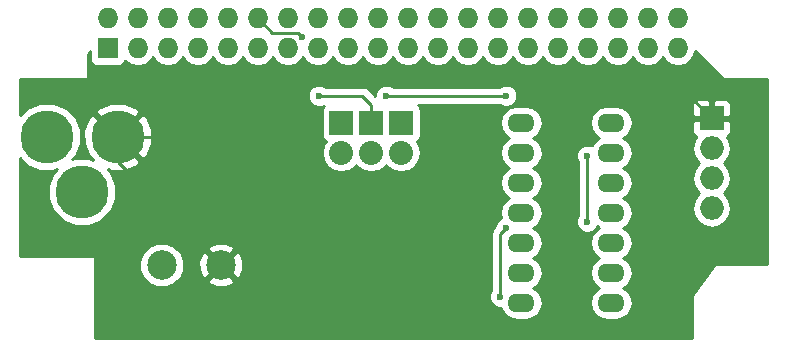
<source format=gbr>
G04 #@! TF.FileFunction,Copper,L2,Bot,Signal*
%FSLAX46Y46*%
G04 Gerber Fmt 4.6, Leading zero omitted, Abs format (unit mm)*
G04 Created by KiCad (PCBNEW 4.0.6) date Thu Jul 20 07:37:46 2017*
%MOMM*%
%LPD*%
G01*
G04 APERTURE LIST*
%ADD10C,0.100000*%
%ADD11R,1.727200X1.727200*%
%ADD12O,1.727200X1.727200*%
%ADD13C,4.500000*%
%ADD14C,2.500000*%
%ADD15O,1.998980X1.998980*%
%ADD16R,1.998980X1.998980*%
%ADD17R,2.032000X2.032000*%
%ADD18O,2.032000X2.032000*%
%ADD19O,2.300000X1.600000*%
%ADD20C,0.600000*%
%ADD21C,0.250000*%
%ADD22C,0.254000*%
G04 APERTURE END LIST*
D10*
D11*
X20870000Y-29270000D03*
D12*
X20870000Y-26730000D03*
X23410000Y-29270000D03*
X23410000Y-26730000D03*
X25950000Y-29270000D03*
X25950000Y-26730000D03*
X28490000Y-29270000D03*
X28490000Y-26730000D03*
X31030000Y-29270000D03*
X31030000Y-26730000D03*
X33570000Y-29270000D03*
X33570000Y-26730000D03*
X36110000Y-29270000D03*
X36110000Y-26730000D03*
X38650000Y-29270000D03*
X38650000Y-26730000D03*
X41190000Y-29270000D03*
X41190000Y-26730000D03*
X43730000Y-29270000D03*
X43730000Y-26730000D03*
X46270000Y-29270000D03*
X46270000Y-26730000D03*
X48810000Y-29270000D03*
X48810000Y-26730000D03*
X51350000Y-29270000D03*
X51350000Y-26730000D03*
X53890000Y-29270000D03*
X53890000Y-26730000D03*
X56430000Y-29270000D03*
X56430000Y-26730000D03*
X58970000Y-29270000D03*
X58970000Y-26730000D03*
X61510000Y-29270000D03*
X61510000Y-26730000D03*
X64050000Y-29270000D03*
X64050000Y-26730000D03*
X66590000Y-29270000D03*
X66590000Y-26730000D03*
X69130000Y-29270000D03*
X69130000Y-26730000D03*
D13*
X21700140Y-36750000D03*
X15700660Y-36750000D03*
X18700400Y-41449000D03*
D14*
X25440000Y-47625000D03*
X30440000Y-47625000D03*
D15*
X72000000Y-42810000D03*
D16*
X72000000Y-35190000D03*
D15*
X72000000Y-37730000D03*
X72000000Y-40270000D03*
D17*
X45720000Y-35560000D03*
D18*
X45720000Y-38100000D03*
D17*
X40640000Y-35560000D03*
D18*
X40640000Y-38100000D03*
D17*
X43180000Y-35560000D03*
D18*
X43180000Y-38100000D03*
D19*
X55880000Y-35560000D03*
X55880000Y-38100000D03*
X55880000Y-40640000D03*
X55880000Y-43180000D03*
X55880000Y-45720000D03*
X55880000Y-48260000D03*
X55880000Y-50800000D03*
X63500000Y-50800000D03*
X63500000Y-48260000D03*
X63500000Y-45720000D03*
X63500000Y-43180000D03*
X63500000Y-40640000D03*
X63500000Y-38100000D03*
X63500000Y-35560000D03*
D20*
X54102000Y-50292000D03*
X54610000Y-44450000D03*
X61468000Y-43942000D03*
X61468000Y-38354000D03*
X54610000Y-33274000D03*
X44450000Y-33274000D03*
X37338000Y-28321000D03*
X38735000Y-33274000D03*
D21*
X21700140Y-36750000D02*
X21700140Y-38885140D01*
X21700140Y-38885140D02*
X30440000Y-47625000D01*
X21700140Y-36750000D02*
X24718000Y-36750000D01*
X69068000Y-32258000D02*
X72000000Y-35190000D01*
X29210000Y-32258000D02*
X69068000Y-32258000D01*
X24718000Y-36750000D02*
X29210000Y-32258000D01*
X21700140Y-36750000D02*
X24050000Y-36750000D01*
X54102000Y-44958000D02*
X54102000Y-50292000D01*
X54610000Y-44450000D02*
X54102000Y-44958000D01*
X61468000Y-38354000D02*
X61468000Y-43942000D01*
X44450000Y-33274000D02*
X54610000Y-33274000D01*
X43180000Y-35560000D02*
X43180000Y-34036000D01*
X34780000Y-27940000D02*
X33570000Y-26730000D01*
X36957000Y-27940000D02*
X34780000Y-27940000D01*
X37338000Y-28321000D02*
X36957000Y-27940000D01*
X42418000Y-33274000D02*
X38735000Y-33274000D01*
X43180000Y-34036000D02*
X42418000Y-33274000D01*
D22*
G36*
X72935197Y-31839803D02*
X72977211Y-31867666D01*
X73025000Y-31877000D01*
X76708000Y-31877000D01*
X76708000Y-47498000D01*
X72390000Y-47498000D01*
X72340590Y-47508006D01*
X72288400Y-47548800D01*
X70383400Y-50088800D01*
X70361759Y-50134332D01*
X70358000Y-50165000D01*
X70358000Y-53815000D01*
X19812000Y-53815000D01*
X19812000Y-50477167D01*
X53166838Y-50477167D01*
X53308883Y-50820943D01*
X53571673Y-51084192D01*
X53915201Y-51226838D01*
X54144973Y-51227038D01*
X54169263Y-51349151D01*
X54480332Y-51814698D01*
X54945879Y-52125767D01*
X55495030Y-52235000D01*
X56264970Y-52235000D01*
X56814121Y-52125767D01*
X57279668Y-51814698D01*
X57590737Y-51349151D01*
X57699970Y-50800000D01*
X57590737Y-50250849D01*
X57279668Y-49785302D01*
X56897582Y-49530000D01*
X57279668Y-49274698D01*
X57590737Y-48809151D01*
X57699970Y-48260000D01*
X57590737Y-47710849D01*
X57279668Y-47245302D01*
X56897582Y-46990000D01*
X57279668Y-46734698D01*
X57590737Y-46269151D01*
X57699970Y-45720000D01*
X57590737Y-45170849D01*
X57279668Y-44705302D01*
X56897582Y-44450000D01*
X57279668Y-44194698D01*
X57590737Y-43729151D01*
X57699970Y-43180000D01*
X57590737Y-42630849D01*
X57279668Y-42165302D01*
X56897582Y-41910000D01*
X57279668Y-41654698D01*
X57590737Y-41189151D01*
X57699970Y-40640000D01*
X57590737Y-40090849D01*
X57279668Y-39625302D01*
X56897582Y-39370000D01*
X57279668Y-39114698D01*
X57590737Y-38649151D01*
X57612614Y-38539167D01*
X60532838Y-38539167D01*
X60674883Y-38882943D01*
X60708000Y-38916118D01*
X60708000Y-43379537D01*
X60675808Y-43411673D01*
X60533162Y-43755201D01*
X60532838Y-44127167D01*
X60674883Y-44470943D01*
X60937673Y-44734192D01*
X61281201Y-44876838D01*
X61653167Y-44877162D01*
X61996943Y-44735117D01*
X62260192Y-44472327D01*
X62315715Y-44338613D01*
X62482418Y-44450000D01*
X62100332Y-44705302D01*
X61789263Y-45170849D01*
X61680030Y-45720000D01*
X61789263Y-46269151D01*
X62100332Y-46734698D01*
X62482418Y-46990000D01*
X62100332Y-47245302D01*
X61789263Y-47710849D01*
X61680030Y-48260000D01*
X61789263Y-48809151D01*
X62100332Y-49274698D01*
X62482418Y-49530000D01*
X62100332Y-49785302D01*
X61789263Y-50250849D01*
X61680030Y-50800000D01*
X61789263Y-51349151D01*
X62100332Y-51814698D01*
X62565879Y-52125767D01*
X63115030Y-52235000D01*
X63884970Y-52235000D01*
X64434121Y-52125767D01*
X64899668Y-51814698D01*
X65210737Y-51349151D01*
X65319970Y-50800000D01*
X65210737Y-50250849D01*
X64899668Y-49785302D01*
X64517582Y-49530000D01*
X64899668Y-49274698D01*
X65210737Y-48809151D01*
X65319970Y-48260000D01*
X65210737Y-47710849D01*
X64899668Y-47245302D01*
X64517582Y-46990000D01*
X64899668Y-46734698D01*
X65210737Y-46269151D01*
X65319970Y-45720000D01*
X65210737Y-45170849D01*
X64899668Y-44705302D01*
X64517582Y-44450000D01*
X64899668Y-44194698D01*
X65210737Y-43729151D01*
X65319970Y-43180000D01*
X65210737Y-42630849D01*
X64899668Y-42165302D01*
X64517582Y-41910000D01*
X64899668Y-41654698D01*
X65210737Y-41189151D01*
X65319970Y-40640000D01*
X65210737Y-40090849D01*
X64899668Y-39625302D01*
X64517582Y-39370000D01*
X64899668Y-39114698D01*
X65210737Y-38649151D01*
X65319970Y-38100000D01*
X65210737Y-37550849D01*
X64899668Y-37085302D01*
X64517582Y-36830000D01*
X64899668Y-36574698D01*
X65210737Y-36109151D01*
X65319970Y-35560000D01*
X65303212Y-35475750D01*
X70365510Y-35475750D01*
X70365510Y-36315799D01*
X70462183Y-36549188D01*
X70640811Y-36727817D01*
X70703013Y-36753582D01*
X70489928Y-37072486D01*
X70365510Y-37697978D01*
X70365510Y-37762022D01*
X70489928Y-38387514D01*
X70844241Y-38917781D01*
X70967290Y-39000000D01*
X70844241Y-39082219D01*
X70489928Y-39612486D01*
X70365510Y-40237978D01*
X70365510Y-40302022D01*
X70489928Y-40927514D01*
X70844241Y-41457781D01*
X70967290Y-41540000D01*
X70844241Y-41622219D01*
X70489928Y-42152486D01*
X70365510Y-42777978D01*
X70365510Y-42842022D01*
X70489928Y-43467514D01*
X70844241Y-43997781D01*
X71374508Y-44352094D01*
X72000000Y-44476512D01*
X72625492Y-44352094D01*
X73155759Y-43997781D01*
X73510072Y-43467514D01*
X73634490Y-42842022D01*
X73634490Y-42777978D01*
X73510072Y-42152486D01*
X73155759Y-41622219D01*
X73032710Y-41540000D01*
X73155759Y-41457781D01*
X73510072Y-40927514D01*
X73634490Y-40302022D01*
X73634490Y-40237978D01*
X73510072Y-39612486D01*
X73155759Y-39082219D01*
X73032710Y-39000000D01*
X73155759Y-38917781D01*
X73510072Y-38387514D01*
X73634490Y-37762022D01*
X73634490Y-37697978D01*
X73510072Y-37072486D01*
X73296987Y-36753582D01*
X73359189Y-36727817D01*
X73537817Y-36549188D01*
X73634490Y-36315799D01*
X73634490Y-35475750D01*
X73475740Y-35317000D01*
X72127000Y-35317000D01*
X72127000Y-35337000D01*
X71873000Y-35337000D01*
X71873000Y-35317000D01*
X70524260Y-35317000D01*
X70365510Y-35475750D01*
X65303212Y-35475750D01*
X65210737Y-35010849D01*
X64899668Y-34545302D01*
X64434121Y-34234233D01*
X63884970Y-34125000D01*
X63115030Y-34125000D01*
X62565879Y-34234233D01*
X62100332Y-34545302D01*
X61789263Y-35010849D01*
X61680030Y-35560000D01*
X61789263Y-36109151D01*
X62100332Y-36574698D01*
X62482418Y-36830000D01*
X62100332Y-37085302D01*
X61828938Y-37491471D01*
X61654799Y-37419162D01*
X61282833Y-37418838D01*
X60939057Y-37560883D01*
X60675808Y-37823673D01*
X60533162Y-38167201D01*
X60532838Y-38539167D01*
X57612614Y-38539167D01*
X57699970Y-38100000D01*
X57590737Y-37550849D01*
X57279668Y-37085302D01*
X56897582Y-36830000D01*
X57279668Y-36574698D01*
X57590737Y-36109151D01*
X57699970Y-35560000D01*
X57590737Y-35010849D01*
X57279668Y-34545302D01*
X56814121Y-34234233D01*
X56264970Y-34125000D01*
X55495030Y-34125000D01*
X54945879Y-34234233D01*
X54480332Y-34545302D01*
X54169263Y-35010849D01*
X54060030Y-35560000D01*
X54169263Y-36109151D01*
X54480332Y-36574698D01*
X54862418Y-36830000D01*
X54480332Y-37085302D01*
X54169263Y-37550849D01*
X54060030Y-38100000D01*
X54169263Y-38649151D01*
X54480332Y-39114698D01*
X54862418Y-39370000D01*
X54480332Y-39625302D01*
X54169263Y-40090849D01*
X54060030Y-40640000D01*
X54169263Y-41189151D01*
X54480332Y-41654698D01*
X54862418Y-41910000D01*
X54480332Y-42165302D01*
X54169263Y-42630849D01*
X54060030Y-43180000D01*
X54149281Y-43628694D01*
X54081057Y-43656883D01*
X53817808Y-43919673D01*
X53675162Y-44263201D01*
X53675121Y-44310077D01*
X53564599Y-44420599D01*
X53399852Y-44667161D01*
X53342000Y-44958000D01*
X53342000Y-49729537D01*
X53309808Y-49761673D01*
X53167162Y-50105201D01*
X53166838Y-50477167D01*
X19812000Y-50477167D01*
X19812000Y-47998305D01*
X23554674Y-47998305D01*
X23841043Y-48691372D01*
X24370839Y-49222093D01*
X25063405Y-49509672D01*
X25813305Y-49510326D01*
X26506372Y-49223957D01*
X26772472Y-48958320D01*
X29286285Y-48958320D01*
X29415533Y-49251123D01*
X30115806Y-49519388D01*
X30865435Y-49499250D01*
X31464467Y-49251123D01*
X31593715Y-48958320D01*
X30440000Y-47804605D01*
X29286285Y-48958320D01*
X26772472Y-48958320D01*
X27037093Y-48694161D01*
X27324672Y-48001595D01*
X27325283Y-47300806D01*
X28545612Y-47300806D01*
X28565750Y-48050435D01*
X28813877Y-48649467D01*
X29106680Y-48778715D01*
X30260395Y-47625000D01*
X30619605Y-47625000D01*
X31773320Y-48778715D01*
X32066123Y-48649467D01*
X32334388Y-47949194D01*
X32314250Y-47199565D01*
X32066123Y-46600533D01*
X31773320Y-46471285D01*
X30619605Y-47625000D01*
X30260395Y-47625000D01*
X29106680Y-46471285D01*
X28813877Y-46600533D01*
X28545612Y-47300806D01*
X27325283Y-47300806D01*
X27325326Y-47251695D01*
X27038957Y-46558628D01*
X26772475Y-46291680D01*
X29286285Y-46291680D01*
X30440000Y-47445395D01*
X31593715Y-46291680D01*
X31464467Y-45998877D01*
X30764194Y-45730612D01*
X30014565Y-45750750D01*
X29415533Y-45998877D01*
X29286285Y-46291680D01*
X26772475Y-46291680D01*
X26509161Y-46027907D01*
X25816595Y-45740328D01*
X25066695Y-45739674D01*
X24373628Y-46026043D01*
X23842907Y-46555839D01*
X23555328Y-47248405D01*
X23554674Y-47998305D01*
X19812000Y-47998305D01*
X19812000Y-46990000D01*
X19801994Y-46940590D01*
X19773553Y-46898965D01*
X19731159Y-46871685D01*
X19685000Y-46863000D01*
X13462000Y-46863000D01*
X13462000Y-38591000D01*
X14064305Y-39194357D01*
X15124280Y-39634498D01*
X16272004Y-39635499D01*
X16547550Y-39521646D01*
X16256043Y-39812645D01*
X15815902Y-40872620D01*
X15814901Y-42020344D01*
X16253190Y-43081086D01*
X17064045Y-43893357D01*
X18124020Y-44333498D01*
X19271744Y-44334499D01*
X20332486Y-43896210D01*
X21144757Y-43085355D01*
X21584898Y-42025380D01*
X21585899Y-40877656D01*
X21147610Y-39816914D01*
X20851078Y-39519864D01*
X21137586Y-39637227D01*
X22285302Y-39632730D01*
X23324765Y-39202169D01*
X23576002Y-38805467D01*
X21700140Y-36929605D01*
X21685998Y-36943748D01*
X21506393Y-36764143D01*
X21520535Y-36750000D01*
X21879745Y-36750000D01*
X23755607Y-38625862D01*
X24152309Y-38374625D01*
X24587367Y-37312554D01*
X24582870Y-36164838D01*
X24152309Y-35125375D01*
X23755607Y-34874138D01*
X21879745Y-36750000D01*
X21520535Y-36750000D01*
X19644673Y-34874138D01*
X19247971Y-35125375D01*
X18812913Y-36187446D01*
X18817410Y-37335162D01*
X19247971Y-38374625D01*
X19644671Y-38625861D01*
X19580086Y-38690446D01*
X19276780Y-38564502D01*
X18129056Y-38563501D01*
X17853510Y-38677354D01*
X18145017Y-38386355D01*
X18585158Y-37326380D01*
X18586159Y-36178656D01*
X18147870Y-35117914D01*
X17725228Y-34694533D01*
X19824278Y-34694533D01*
X21700140Y-36570395D01*
X23576002Y-34694533D01*
X23324765Y-34297831D01*
X22262694Y-33862773D01*
X21114978Y-33867270D01*
X20075515Y-34297831D01*
X19824278Y-34694533D01*
X17725228Y-34694533D01*
X17337015Y-34305643D01*
X16277040Y-33865502D01*
X15129316Y-33864501D01*
X14068574Y-34302790D01*
X13462000Y-34908307D01*
X13462000Y-33459167D01*
X37799838Y-33459167D01*
X37941883Y-33802943D01*
X38204673Y-34066192D01*
X38548201Y-34208838D01*
X38920167Y-34209162D01*
X39148790Y-34114697D01*
X39027569Y-34292110D01*
X38976560Y-34544000D01*
X38976560Y-36576000D01*
X39020838Y-36811317D01*
X39159910Y-37027441D01*
X39316206Y-37134233D01*
X39114675Y-37435845D01*
X38989000Y-38067655D01*
X38989000Y-38132345D01*
X39114675Y-38764155D01*
X39472567Y-39299778D01*
X40008190Y-39657670D01*
X40640000Y-39783345D01*
X41271810Y-39657670D01*
X41807433Y-39299778D01*
X41910000Y-39146276D01*
X42012567Y-39299778D01*
X42548190Y-39657670D01*
X43180000Y-39783345D01*
X43811810Y-39657670D01*
X44347433Y-39299778D01*
X44450000Y-39146276D01*
X44552567Y-39299778D01*
X45088190Y-39657670D01*
X45720000Y-39783345D01*
X46351810Y-39657670D01*
X46887433Y-39299778D01*
X47245325Y-38764155D01*
X47371000Y-38132345D01*
X47371000Y-38067655D01*
X47245325Y-37435845D01*
X47042996Y-37133038D01*
X47187441Y-37040090D01*
X47332431Y-36827890D01*
X47383440Y-36576000D01*
X47383440Y-34544000D01*
X47339162Y-34308683D01*
X47200090Y-34092559D01*
X47114386Y-34034000D01*
X54047537Y-34034000D01*
X54079673Y-34066192D01*
X54423201Y-34208838D01*
X54795167Y-34209162D01*
X55138943Y-34067117D01*
X55141864Y-34064201D01*
X70365510Y-34064201D01*
X70365510Y-34904250D01*
X70524260Y-35063000D01*
X71873000Y-35063000D01*
X71873000Y-33714260D01*
X72127000Y-33714260D01*
X72127000Y-35063000D01*
X73475740Y-35063000D01*
X73634490Y-34904250D01*
X73634490Y-34064201D01*
X73537817Y-33830812D01*
X73359189Y-33652183D01*
X73125800Y-33555510D01*
X72285750Y-33555510D01*
X72127000Y-33714260D01*
X71873000Y-33714260D01*
X71714250Y-33555510D01*
X70874200Y-33555510D01*
X70640811Y-33652183D01*
X70462183Y-33830812D01*
X70365510Y-34064201D01*
X55141864Y-34064201D01*
X55402192Y-33804327D01*
X55544838Y-33460799D01*
X55545162Y-33088833D01*
X55403117Y-32745057D01*
X55140327Y-32481808D01*
X54796799Y-32339162D01*
X54424833Y-32338838D01*
X54081057Y-32480883D01*
X54047882Y-32514000D01*
X45012463Y-32514000D01*
X44980327Y-32481808D01*
X44636799Y-32339162D01*
X44264833Y-32338838D01*
X43921057Y-32480883D01*
X43657808Y-32743673D01*
X43515162Y-33087201D01*
X43514980Y-33296178D01*
X42955401Y-32736599D01*
X42708839Y-32571852D01*
X42418000Y-32514000D01*
X39297463Y-32514000D01*
X39265327Y-32481808D01*
X38921799Y-32339162D01*
X38549833Y-32338838D01*
X38206057Y-32480883D01*
X37942808Y-32743673D01*
X37800162Y-33087201D01*
X37799838Y-33459167D01*
X13462000Y-33459167D01*
X13462000Y-31877000D01*
X19050000Y-31877000D01*
X19099410Y-31866994D01*
X19141035Y-31838553D01*
X19168315Y-31796159D01*
X19177000Y-31750000D01*
X19177000Y-29874980D01*
X19358960Y-29511060D01*
X19358960Y-30133600D01*
X19403238Y-30368917D01*
X19542310Y-30585041D01*
X19754510Y-30730031D01*
X20006400Y-30781040D01*
X21733600Y-30781040D01*
X21968917Y-30736762D01*
X22185041Y-30597690D01*
X22330031Y-30385490D01*
X22338864Y-30341869D01*
X22350330Y-30359029D01*
X22836511Y-30683885D01*
X23410000Y-30797959D01*
X23983489Y-30683885D01*
X24469670Y-30359029D01*
X24680000Y-30044248D01*
X24890330Y-30359029D01*
X25376511Y-30683885D01*
X25950000Y-30797959D01*
X26523489Y-30683885D01*
X27009670Y-30359029D01*
X27220000Y-30044248D01*
X27430330Y-30359029D01*
X27916511Y-30683885D01*
X28490000Y-30797959D01*
X29063489Y-30683885D01*
X29549670Y-30359029D01*
X29760000Y-30044248D01*
X29970330Y-30359029D01*
X30456511Y-30683885D01*
X31030000Y-30797959D01*
X31603489Y-30683885D01*
X32089670Y-30359029D01*
X32300000Y-30044248D01*
X32510330Y-30359029D01*
X32996511Y-30683885D01*
X33570000Y-30797959D01*
X34143489Y-30683885D01*
X34629670Y-30359029D01*
X34840000Y-30044248D01*
X35050330Y-30359029D01*
X35536511Y-30683885D01*
X36110000Y-30797959D01*
X36683489Y-30683885D01*
X37169670Y-30359029D01*
X37380000Y-30044248D01*
X37590330Y-30359029D01*
X38076511Y-30683885D01*
X38650000Y-30797959D01*
X39223489Y-30683885D01*
X39709670Y-30359029D01*
X39920000Y-30044248D01*
X40130330Y-30359029D01*
X40616511Y-30683885D01*
X41190000Y-30797959D01*
X41763489Y-30683885D01*
X42249670Y-30359029D01*
X42460000Y-30044248D01*
X42670330Y-30359029D01*
X43156511Y-30683885D01*
X43730000Y-30797959D01*
X44303489Y-30683885D01*
X44789670Y-30359029D01*
X45000000Y-30044248D01*
X45210330Y-30359029D01*
X45696511Y-30683885D01*
X46270000Y-30797959D01*
X46843489Y-30683885D01*
X47329670Y-30359029D01*
X47540000Y-30044248D01*
X47750330Y-30359029D01*
X48236511Y-30683885D01*
X48810000Y-30797959D01*
X49383489Y-30683885D01*
X49869670Y-30359029D01*
X50080000Y-30044248D01*
X50290330Y-30359029D01*
X50776511Y-30683885D01*
X51350000Y-30797959D01*
X51923489Y-30683885D01*
X52409670Y-30359029D01*
X52620000Y-30044248D01*
X52830330Y-30359029D01*
X53316511Y-30683885D01*
X53890000Y-30797959D01*
X54463489Y-30683885D01*
X54949670Y-30359029D01*
X55160000Y-30044248D01*
X55370330Y-30359029D01*
X55856511Y-30683885D01*
X56430000Y-30797959D01*
X57003489Y-30683885D01*
X57489670Y-30359029D01*
X57700000Y-30044248D01*
X57910330Y-30359029D01*
X58396511Y-30683885D01*
X58970000Y-30797959D01*
X59543489Y-30683885D01*
X60029670Y-30359029D01*
X60240000Y-30044248D01*
X60450330Y-30359029D01*
X60936511Y-30683885D01*
X61510000Y-30797959D01*
X62083489Y-30683885D01*
X62569670Y-30359029D01*
X62780000Y-30044248D01*
X62990330Y-30359029D01*
X63476511Y-30683885D01*
X64050000Y-30797959D01*
X64623489Y-30683885D01*
X65109670Y-30359029D01*
X65320000Y-30044248D01*
X65530330Y-30359029D01*
X66016511Y-30683885D01*
X66590000Y-30797959D01*
X67163489Y-30683885D01*
X67649670Y-30359029D01*
X67860000Y-30044248D01*
X68070330Y-30359029D01*
X68556511Y-30683885D01*
X69130000Y-30797959D01*
X69703489Y-30683885D01*
X70189670Y-30359029D01*
X70514526Y-29872848D01*
X70589802Y-29494408D01*
X72935197Y-31839803D01*
X72935197Y-31839803D01*
G37*
X72935197Y-31839803D02*
X72977211Y-31867666D01*
X73025000Y-31877000D01*
X76708000Y-31877000D01*
X76708000Y-47498000D01*
X72390000Y-47498000D01*
X72340590Y-47508006D01*
X72288400Y-47548800D01*
X70383400Y-50088800D01*
X70361759Y-50134332D01*
X70358000Y-50165000D01*
X70358000Y-53815000D01*
X19812000Y-53815000D01*
X19812000Y-50477167D01*
X53166838Y-50477167D01*
X53308883Y-50820943D01*
X53571673Y-51084192D01*
X53915201Y-51226838D01*
X54144973Y-51227038D01*
X54169263Y-51349151D01*
X54480332Y-51814698D01*
X54945879Y-52125767D01*
X55495030Y-52235000D01*
X56264970Y-52235000D01*
X56814121Y-52125767D01*
X57279668Y-51814698D01*
X57590737Y-51349151D01*
X57699970Y-50800000D01*
X57590737Y-50250849D01*
X57279668Y-49785302D01*
X56897582Y-49530000D01*
X57279668Y-49274698D01*
X57590737Y-48809151D01*
X57699970Y-48260000D01*
X57590737Y-47710849D01*
X57279668Y-47245302D01*
X56897582Y-46990000D01*
X57279668Y-46734698D01*
X57590737Y-46269151D01*
X57699970Y-45720000D01*
X57590737Y-45170849D01*
X57279668Y-44705302D01*
X56897582Y-44450000D01*
X57279668Y-44194698D01*
X57590737Y-43729151D01*
X57699970Y-43180000D01*
X57590737Y-42630849D01*
X57279668Y-42165302D01*
X56897582Y-41910000D01*
X57279668Y-41654698D01*
X57590737Y-41189151D01*
X57699970Y-40640000D01*
X57590737Y-40090849D01*
X57279668Y-39625302D01*
X56897582Y-39370000D01*
X57279668Y-39114698D01*
X57590737Y-38649151D01*
X57612614Y-38539167D01*
X60532838Y-38539167D01*
X60674883Y-38882943D01*
X60708000Y-38916118D01*
X60708000Y-43379537D01*
X60675808Y-43411673D01*
X60533162Y-43755201D01*
X60532838Y-44127167D01*
X60674883Y-44470943D01*
X60937673Y-44734192D01*
X61281201Y-44876838D01*
X61653167Y-44877162D01*
X61996943Y-44735117D01*
X62260192Y-44472327D01*
X62315715Y-44338613D01*
X62482418Y-44450000D01*
X62100332Y-44705302D01*
X61789263Y-45170849D01*
X61680030Y-45720000D01*
X61789263Y-46269151D01*
X62100332Y-46734698D01*
X62482418Y-46990000D01*
X62100332Y-47245302D01*
X61789263Y-47710849D01*
X61680030Y-48260000D01*
X61789263Y-48809151D01*
X62100332Y-49274698D01*
X62482418Y-49530000D01*
X62100332Y-49785302D01*
X61789263Y-50250849D01*
X61680030Y-50800000D01*
X61789263Y-51349151D01*
X62100332Y-51814698D01*
X62565879Y-52125767D01*
X63115030Y-52235000D01*
X63884970Y-52235000D01*
X64434121Y-52125767D01*
X64899668Y-51814698D01*
X65210737Y-51349151D01*
X65319970Y-50800000D01*
X65210737Y-50250849D01*
X64899668Y-49785302D01*
X64517582Y-49530000D01*
X64899668Y-49274698D01*
X65210737Y-48809151D01*
X65319970Y-48260000D01*
X65210737Y-47710849D01*
X64899668Y-47245302D01*
X64517582Y-46990000D01*
X64899668Y-46734698D01*
X65210737Y-46269151D01*
X65319970Y-45720000D01*
X65210737Y-45170849D01*
X64899668Y-44705302D01*
X64517582Y-44450000D01*
X64899668Y-44194698D01*
X65210737Y-43729151D01*
X65319970Y-43180000D01*
X65210737Y-42630849D01*
X64899668Y-42165302D01*
X64517582Y-41910000D01*
X64899668Y-41654698D01*
X65210737Y-41189151D01*
X65319970Y-40640000D01*
X65210737Y-40090849D01*
X64899668Y-39625302D01*
X64517582Y-39370000D01*
X64899668Y-39114698D01*
X65210737Y-38649151D01*
X65319970Y-38100000D01*
X65210737Y-37550849D01*
X64899668Y-37085302D01*
X64517582Y-36830000D01*
X64899668Y-36574698D01*
X65210737Y-36109151D01*
X65319970Y-35560000D01*
X65303212Y-35475750D01*
X70365510Y-35475750D01*
X70365510Y-36315799D01*
X70462183Y-36549188D01*
X70640811Y-36727817D01*
X70703013Y-36753582D01*
X70489928Y-37072486D01*
X70365510Y-37697978D01*
X70365510Y-37762022D01*
X70489928Y-38387514D01*
X70844241Y-38917781D01*
X70967290Y-39000000D01*
X70844241Y-39082219D01*
X70489928Y-39612486D01*
X70365510Y-40237978D01*
X70365510Y-40302022D01*
X70489928Y-40927514D01*
X70844241Y-41457781D01*
X70967290Y-41540000D01*
X70844241Y-41622219D01*
X70489928Y-42152486D01*
X70365510Y-42777978D01*
X70365510Y-42842022D01*
X70489928Y-43467514D01*
X70844241Y-43997781D01*
X71374508Y-44352094D01*
X72000000Y-44476512D01*
X72625492Y-44352094D01*
X73155759Y-43997781D01*
X73510072Y-43467514D01*
X73634490Y-42842022D01*
X73634490Y-42777978D01*
X73510072Y-42152486D01*
X73155759Y-41622219D01*
X73032710Y-41540000D01*
X73155759Y-41457781D01*
X73510072Y-40927514D01*
X73634490Y-40302022D01*
X73634490Y-40237978D01*
X73510072Y-39612486D01*
X73155759Y-39082219D01*
X73032710Y-39000000D01*
X73155759Y-38917781D01*
X73510072Y-38387514D01*
X73634490Y-37762022D01*
X73634490Y-37697978D01*
X73510072Y-37072486D01*
X73296987Y-36753582D01*
X73359189Y-36727817D01*
X73537817Y-36549188D01*
X73634490Y-36315799D01*
X73634490Y-35475750D01*
X73475740Y-35317000D01*
X72127000Y-35317000D01*
X72127000Y-35337000D01*
X71873000Y-35337000D01*
X71873000Y-35317000D01*
X70524260Y-35317000D01*
X70365510Y-35475750D01*
X65303212Y-35475750D01*
X65210737Y-35010849D01*
X64899668Y-34545302D01*
X64434121Y-34234233D01*
X63884970Y-34125000D01*
X63115030Y-34125000D01*
X62565879Y-34234233D01*
X62100332Y-34545302D01*
X61789263Y-35010849D01*
X61680030Y-35560000D01*
X61789263Y-36109151D01*
X62100332Y-36574698D01*
X62482418Y-36830000D01*
X62100332Y-37085302D01*
X61828938Y-37491471D01*
X61654799Y-37419162D01*
X61282833Y-37418838D01*
X60939057Y-37560883D01*
X60675808Y-37823673D01*
X60533162Y-38167201D01*
X60532838Y-38539167D01*
X57612614Y-38539167D01*
X57699970Y-38100000D01*
X57590737Y-37550849D01*
X57279668Y-37085302D01*
X56897582Y-36830000D01*
X57279668Y-36574698D01*
X57590737Y-36109151D01*
X57699970Y-35560000D01*
X57590737Y-35010849D01*
X57279668Y-34545302D01*
X56814121Y-34234233D01*
X56264970Y-34125000D01*
X55495030Y-34125000D01*
X54945879Y-34234233D01*
X54480332Y-34545302D01*
X54169263Y-35010849D01*
X54060030Y-35560000D01*
X54169263Y-36109151D01*
X54480332Y-36574698D01*
X54862418Y-36830000D01*
X54480332Y-37085302D01*
X54169263Y-37550849D01*
X54060030Y-38100000D01*
X54169263Y-38649151D01*
X54480332Y-39114698D01*
X54862418Y-39370000D01*
X54480332Y-39625302D01*
X54169263Y-40090849D01*
X54060030Y-40640000D01*
X54169263Y-41189151D01*
X54480332Y-41654698D01*
X54862418Y-41910000D01*
X54480332Y-42165302D01*
X54169263Y-42630849D01*
X54060030Y-43180000D01*
X54149281Y-43628694D01*
X54081057Y-43656883D01*
X53817808Y-43919673D01*
X53675162Y-44263201D01*
X53675121Y-44310077D01*
X53564599Y-44420599D01*
X53399852Y-44667161D01*
X53342000Y-44958000D01*
X53342000Y-49729537D01*
X53309808Y-49761673D01*
X53167162Y-50105201D01*
X53166838Y-50477167D01*
X19812000Y-50477167D01*
X19812000Y-47998305D01*
X23554674Y-47998305D01*
X23841043Y-48691372D01*
X24370839Y-49222093D01*
X25063405Y-49509672D01*
X25813305Y-49510326D01*
X26506372Y-49223957D01*
X26772472Y-48958320D01*
X29286285Y-48958320D01*
X29415533Y-49251123D01*
X30115806Y-49519388D01*
X30865435Y-49499250D01*
X31464467Y-49251123D01*
X31593715Y-48958320D01*
X30440000Y-47804605D01*
X29286285Y-48958320D01*
X26772472Y-48958320D01*
X27037093Y-48694161D01*
X27324672Y-48001595D01*
X27325283Y-47300806D01*
X28545612Y-47300806D01*
X28565750Y-48050435D01*
X28813877Y-48649467D01*
X29106680Y-48778715D01*
X30260395Y-47625000D01*
X30619605Y-47625000D01*
X31773320Y-48778715D01*
X32066123Y-48649467D01*
X32334388Y-47949194D01*
X32314250Y-47199565D01*
X32066123Y-46600533D01*
X31773320Y-46471285D01*
X30619605Y-47625000D01*
X30260395Y-47625000D01*
X29106680Y-46471285D01*
X28813877Y-46600533D01*
X28545612Y-47300806D01*
X27325283Y-47300806D01*
X27325326Y-47251695D01*
X27038957Y-46558628D01*
X26772475Y-46291680D01*
X29286285Y-46291680D01*
X30440000Y-47445395D01*
X31593715Y-46291680D01*
X31464467Y-45998877D01*
X30764194Y-45730612D01*
X30014565Y-45750750D01*
X29415533Y-45998877D01*
X29286285Y-46291680D01*
X26772475Y-46291680D01*
X26509161Y-46027907D01*
X25816595Y-45740328D01*
X25066695Y-45739674D01*
X24373628Y-46026043D01*
X23842907Y-46555839D01*
X23555328Y-47248405D01*
X23554674Y-47998305D01*
X19812000Y-47998305D01*
X19812000Y-46990000D01*
X19801994Y-46940590D01*
X19773553Y-46898965D01*
X19731159Y-46871685D01*
X19685000Y-46863000D01*
X13462000Y-46863000D01*
X13462000Y-38591000D01*
X14064305Y-39194357D01*
X15124280Y-39634498D01*
X16272004Y-39635499D01*
X16547550Y-39521646D01*
X16256043Y-39812645D01*
X15815902Y-40872620D01*
X15814901Y-42020344D01*
X16253190Y-43081086D01*
X17064045Y-43893357D01*
X18124020Y-44333498D01*
X19271744Y-44334499D01*
X20332486Y-43896210D01*
X21144757Y-43085355D01*
X21584898Y-42025380D01*
X21585899Y-40877656D01*
X21147610Y-39816914D01*
X20851078Y-39519864D01*
X21137586Y-39637227D01*
X22285302Y-39632730D01*
X23324765Y-39202169D01*
X23576002Y-38805467D01*
X21700140Y-36929605D01*
X21685998Y-36943748D01*
X21506393Y-36764143D01*
X21520535Y-36750000D01*
X21879745Y-36750000D01*
X23755607Y-38625862D01*
X24152309Y-38374625D01*
X24587367Y-37312554D01*
X24582870Y-36164838D01*
X24152309Y-35125375D01*
X23755607Y-34874138D01*
X21879745Y-36750000D01*
X21520535Y-36750000D01*
X19644673Y-34874138D01*
X19247971Y-35125375D01*
X18812913Y-36187446D01*
X18817410Y-37335162D01*
X19247971Y-38374625D01*
X19644671Y-38625861D01*
X19580086Y-38690446D01*
X19276780Y-38564502D01*
X18129056Y-38563501D01*
X17853510Y-38677354D01*
X18145017Y-38386355D01*
X18585158Y-37326380D01*
X18586159Y-36178656D01*
X18147870Y-35117914D01*
X17725228Y-34694533D01*
X19824278Y-34694533D01*
X21700140Y-36570395D01*
X23576002Y-34694533D01*
X23324765Y-34297831D01*
X22262694Y-33862773D01*
X21114978Y-33867270D01*
X20075515Y-34297831D01*
X19824278Y-34694533D01*
X17725228Y-34694533D01*
X17337015Y-34305643D01*
X16277040Y-33865502D01*
X15129316Y-33864501D01*
X14068574Y-34302790D01*
X13462000Y-34908307D01*
X13462000Y-33459167D01*
X37799838Y-33459167D01*
X37941883Y-33802943D01*
X38204673Y-34066192D01*
X38548201Y-34208838D01*
X38920167Y-34209162D01*
X39148790Y-34114697D01*
X39027569Y-34292110D01*
X38976560Y-34544000D01*
X38976560Y-36576000D01*
X39020838Y-36811317D01*
X39159910Y-37027441D01*
X39316206Y-37134233D01*
X39114675Y-37435845D01*
X38989000Y-38067655D01*
X38989000Y-38132345D01*
X39114675Y-38764155D01*
X39472567Y-39299778D01*
X40008190Y-39657670D01*
X40640000Y-39783345D01*
X41271810Y-39657670D01*
X41807433Y-39299778D01*
X41910000Y-39146276D01*
X42012567Y-39299778D01*
X42548190Y-39657670D01*
X43180000Y-39783345D01*
X43811810Y-39657670D01*
X44347433Y-39299778D01*
X44450000Y-39146276D01*
X44552567Y-39299778D01*
X45088190Y-39657670D01*
X45720000Y-39783345D01*
X46351810Y-39657670D01*
X46887433Y-39299778D01*
X47245325Y-38764155D01*
X47371000Y-38132345D01*
X47371000Y-38067655D01*
X47245325Y-37435845D01*
X47042996Y-37133038D01*
X47187441Y-37040090D01*
X47332431Y-36827890D01*
X47383440Y-36576000D01*
X47383440Y-34544000D01*
X47339162Y-34308683D01*
X47200090Y-34092559D01*
X47114386Y-34034000D01*
X54047537Y-34034000D01*
X54079673Y-34066192D01*
X54423201Y-34208838D01*
X54795167Y-34209162D01*
X55138943Y-34067117D01*
X55141864Y-34064201D01*
X70365510Y-34064201D01*
X70365510Y-34904250D01*
X70524260Y-35063000D01*
X71873000Y-35063000D01*
X71873000Y-33714260D01*
X72127000Y-33714260D01*
X72127000Y-35063000D01*
X73475740Y-35063000D01*
X73634490Y-34904250D01*
X73634490Y-34064201D01*
X73537817Y-33830812D01*
X73359189Y-33652183D01*
X73125800Y-33555510D01*
X72285750Y-33555510D01*
X72127000Y-33714260D01*
X71873000Y-33714260D01*
X71714250Y-33555510D01*
X70874200Y-33555510D01*
X70640811Y-33652183D01*
X70462183Y-33830812D01*
X70365510Y-34064201D01*
X55141864Y-34064201D01*
X55402192Y-33804327D01*
X55544838Y-33460799D01*
X55545162Y-33088833D01*
X55403117Y-32745057D01*
X55140327Y-32481808D01*
X54796799Y-32339162D01*
X54424833Y-32338838D01*
X54081057Y-32480883D01*
X54047882Y-32514000D01*
X45012463Y-32514000D01*
X44980327Y-32481808D01*
X44636799Y-32339162D01*
X44264833Y-32338838D01*
X43921057Y-32480883D01*
X43657808Y-32743673D01*
X43515162Y-33087201D01*
X43514980Y-33296178D01*
X42955401Y-32736599D01*
X42708839Y-32571852D01*
X42418000Y-32514000D01*
X39297463Y-32514000D01*
X39265327Y-32481808D01*
X38921799Y-32339162D01*
X38549833Y-32338838D01*
X38206057Y-32480883D01*
X37942808Y-32743673D01*
X37800162Y-33087201D01*
X37799838Y-33459167D01*
X13462000Y-33459167D01*
X13462000Y-31877000D01*
X19050000Y-31877000D01*
X19099410Y-31866994D01*
X19141035Y-31838553D01*
X19168315Y-31796159D01*
X19177000Y-31750000D01*
X19177000Y-29874980D01*
X19358960Y-29511060D01*
X19358960Y-30133600D01*
X19403238Y-30368917D01*
X19542310Y-30585041D01*
X19754510Y-30730031D01*
X20006400Y-30781040D01*
X21733600Y-30781040D01*
X21968917Y-30736762D01*
X22185041Y-30597690D01*
X22330031Y-30385490D01*
X22338864Y-30341869D01*
X22350330Y-30359029D01*
X22836511Y-30683885D01*
X23410000Y-30797959D01*
X23983489Y-30683885D01*
X24469670Y-30359029D01*
X24680000Y-30044248D01*
X24890330Y-30359029D01*
X25376511Y-30683885D01*
X25950000Y-30797959D01*
X26523489Y-30683885D01*
X27009670Y-30359029D01*
X27220000Y-30044248D01*
X27430330Y-30359029D01*
X27916511Y-30683885D01*
X28490000Y-30797959D01*
X29063489Y-30683885D01*
X29549670Y-30359029D01*
X29760000Y-30044248D01*
X29970330Y-30359029D01*
X30456511Y-30683885D01*
X31030000Y-30797959D01*
X31603489Y-30683885D01*
X32089670Y-30359029D01*
X32300000Y-30044248D01*
X32510330Y-30359029D01*
X32996511Y-30683885D01*
X33570000Y-30797959D01*
X34143489Y-30683885D01*
X34629670Y-30359029D01*
X34840000Y-30044248D01*
X35050330Y-30359029D01*
X35536511Y-30683885D01*
X36110000Y-30797959D01*
X36683489Y-30683885D01*
X37169670Y-30359029D01*
X37380000Y-30044248D01*
X37590330Y-30359029D01*
X38076511Y-30683885D01*
X38650000Y-30797959D01*
X39223489Y-30683885D01*
X39709670Y-30359029D01*
X39920000Y-30044248D01*
X40130330Y-30359029D01*
X40616511Y-30683885D01*
X41190000Y-30797959D01*
X41763489Y-30683885D01*
X42249670Y-30359029D01*
X42460000Y-30044248D01*
X42670330Y-30359029D01*
X43156511Y-30683885D01*
X43730000Y-30797959D01*
X44303489Y-30683885D01*
X44789670Y-30359029D01*
X45000000Y-30044248D01*
X45210330Y-30359029D01*
X45696511Y-30683885D01*
X46270000Y-30797959D01*
X46843489Y-30683885D01*
X47329670Y-30359029D01*
X47540000Y-30044248D01*
X47750330Y-30359029D01*
X48236511Y-30683885D01*
X48810000Y-30797959D01*
X49383489Y-30683885D01*
X49869670Y-30359029D01*
X50080000Y-30044248D01*
X50290330Y-30359029D01*
X50776511Y-30683885D01*
X51350000Y-30797959D01*
X51923489Y-30683885D01*
X52409670Y-30359029D01*
X52620000Y-30044248D01*
X52830330Y-30359029D01*
X53316511Y-30683885D01*
X53890000Y-30797959D01*
X54463489Y-30683885D01*
X54949670Y-30359029D01*
X55160000Y-30044248D01*
X55370330Y-30359029D01*
X55856511Y-30683885D01*
X56430000Y-30797959D01*
X57003489Y-30683885D01*
X57489670Y-30359029D01*
X57700000Y-30044248D01*
X57910330Y-30359029D01*
X58396511Y-30683885D01*
X58970000Y-30797959D01*
X59543489Y-30683885D01*
X60029670Y-30359029D01*
X60240000Y-30044248D01*
X60450330Y-30359029D01*
X60936511Y-30683885D01*
X61510000Y-30797959D01*
X62083489Y-30683885D01*
X62569670Y-30359029D01*
X62780000Y-30044248D01*
X62990330Y-30359029D01*
X63476511Y-30683885D01*
X64050000Y-30797959D01*
X64623489Y-30683885D01*
X65109670Y-30359029D01*
X65320000Y-30044248D01*
X65530330Y-30359029D01*
X66016511Y-30683885D01*
X66590000Y-30797959D01*
X67163489Y-30683885D01*
X67649670Y-30359029D01*
X67860000Y-30044248D01*
X68070330Y-30359029D01*
X68556511Y-30683885D01*
X69130000Y-30797959D01*
X69703489Y-30683885D01*
X70189670Y-30359029D01*
X70514526Y-29872848D01*
X70589802Y-29494408D01*
X72935197Y-31839803D01*
M02*

</source>
